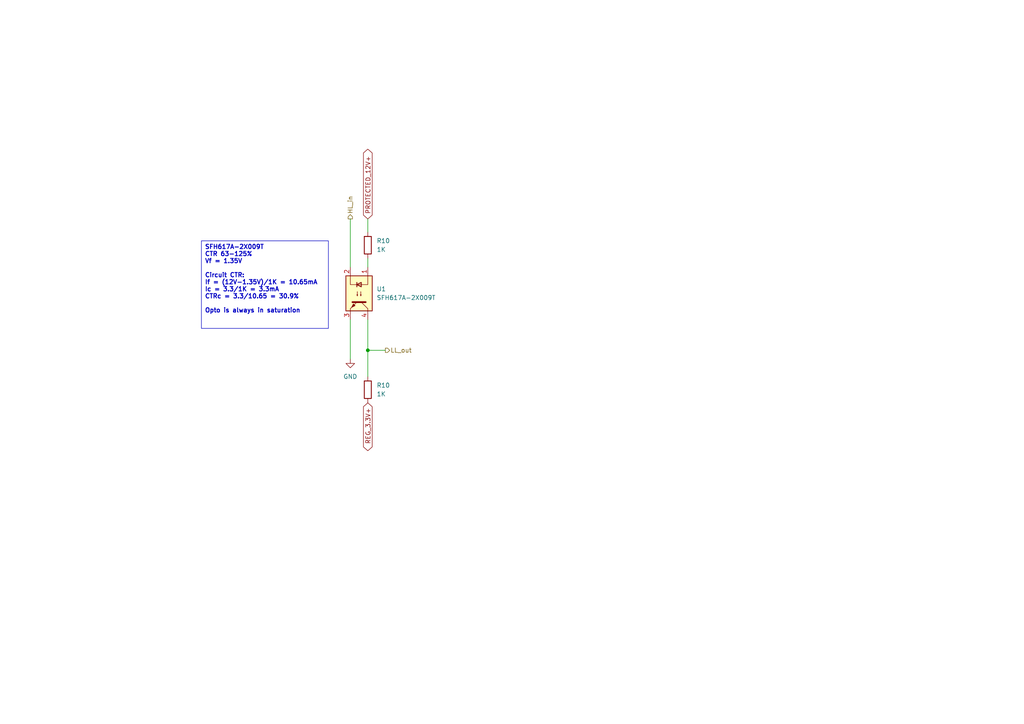
<source format=kicad_sch>
(kicad_sch (version 20230121) (generator eeschema)
  (paper "A4")
  (title_block (title "Vehicle Emulator Board") (date "2025-03-09") (rev "1.0.0") (comment 1 "https://github.com/martinroger/VXDash") (comment 2 "https://cadlab.io/projects/vxdash"))
  (lib_symbols
    (symbol "Device:R" (pin_numbers hide) (pin_names (offset 0))
      (property "Reference" "R" (at 2.032 0 90))
      (property "Value" "R" (at 0 0 90))
      (symbol "R_0_1"
        (rectangle (start -1.016 -2.54) (end 1.016 2.54) (stroke (width 0.254)))
      )
      (symbol "R_1_1"
        (pin passive line (at 0 3.81 270) (length 1.27) (name "~") (number "1"))
        (pin passive line (at 0 -3.81 90) (length 1.27) (name "~") (number "2"))
      )
    )
    (symbol "Isolator:SFH617A-2X009T"
      (property "Reference" "U" (at -3.81 5.08 0))
      (property "Value" "SFH617A-2X009T" (at 0 -5.08 0))
      (symbol "SFH617A-2X009T_1_1"
        (rectangle (start -5.08 3.81) (end 5.08 -3.81) (stroke (width 0.254)) (fill (type background)))
        (polyline (pts (xy -3.175 -0.635) (xy -1.905 -0.635)) (stroke (width 0.254)))
        (polyline (pts (xy 2.54 0.635) (xy 4.445 2.54)))
        (polyline (pts (xy 4.445 -2.54) (xy 2.54 -0.635)) (fill (type outline)))
        (polyline (pts (xy 4.445 -2.54) (xy 5.08 -2.54)))
        (polyline (pts (xy 4.445 2.54) (xy 5.08 2.54)))
        (polyline (pts (xy -5.08 2.54) (xy -2.54 2.54) (xy -2.54 -0.762)))
        (polyline (pts (xy -2.54 -0.635) (xy -2.54 -2.54) (xy -5.08 -2.54)))
        (polyline (pts (xy 2.54 1.905) (xy 2.54 -1.905) (xy 2.54 -1.905)) (stroke (width 0.508)))
        (polyline (pts (xy -2.54 -0.635) (xy -3.175 0.635) (xy -1.905 0.635) (xy -2.54 -0.635)) (stroke (width 0.254)))
        (polyline (pts (xy -0.508 -0.508) (xy 0.762 -0.508) (xy 0.381 -0.635) (xy 0.381 -0.381) (xy 0.762 -0.508)))
        (polyline (pts (xy -0.508 0.508) (xy 0.762 0.508) (xy 0.381 0.381) (xy 0.381 0.635) (xy 0.762 0.508)))
        (polyline (pts (xy 3.048 -1.651) (xy 3.556 -1.143) (xy 4.064 -2.159) (xy 3.048 -1.651) (xy 3.048 -1.651)) (fill (type outline)))
        (pin passive line (at -7.62 2.54 0) (length 2.54) (name "~") (number "1"))
        (pin passive line (at -7.62 -2.54 0) (length 2.54) (name "~") (number "2"))
        (pin passive line (at 7.62 -2.54 180) (length 2.54) (name "~") (number "3"))
        (pin passive line (at 7.62 2.54 180) (length 2.54) (name "~") (number "4"))
      )
    )
    (symbol "power:GND" (power) (pin_names (offset 0))
      (property "Value" "GND" (at 0 -3.81 0))
      (symbol "GND_0_1"
        (polyline (pts (xy 0 0) (xy 0 -1.27) (xy 1.27 -1.27) (xy 0 -2.54) (xy -1.27 -1.27) (xy 0 -1.27)))
      )
      (symbol "GND_1_1"
        (pin power_in line (at 0 0 270) (length 0) hide (name "GND") (number "1"))
      )
    )
  )
  (junction (at 106.68 101.6))
  (wire (pts (xy 106.68 74.93) (xy 106.68 77.47)))
  (wire (pts (xy 106.68 101.6) (xy 106.68 109.22)))
  (wire (pts (xy 106.68 92.71) (xy 106.68 101.6)))
  (wire (pts (xy 106.68 63.5) (xy 106.68 67.31)))
  (wire (pts (xy 106.68 101.6) (xy 111.76 101.6)))
  (wire (pts (xy 101.6 63.5) (xy 101.6 77.47)))
  (wire (pts (xy 101.6 92.71) (xy 101.6 104.14)))
  (text_box "SFH617A-2X009T\nCTR 63-125%\nVf = 1.35V\n\nCircuit CTR:\nIf = (12V-1.35V)/1K = 10.65mA\nIc = 3.3/1K = 3.3mA\nCTRc = 3.3/10.65 = 30.9%\n\nOpto is always in saturation\n" (at 58.42 69.85 0) (size 36.83 25.4) (effects (font (size 1.27 1.27) bold) (justify left top)))
  (global_label "REG_3.3V+" (shape bidirectional) (at 106.68 116.84 270) (property "Intersheetrefs" "${INTERSHEET_REFS}" (effects hide)))
  (global_label "PROTECTED_12V+" (shape bidirectional) (at 106.68 63.5 90) (property "Intersheetrefs" "${INTERSHEET_REFS}" (effects hide)))
  (hierarchical_label "HL_in" (shape output) (at 101.6 63.5 90))
  (hierarchical_label "LL_out" (shape output) (at 111.76 101.6 0))
  (symbol (lib_id "Device:R") (at 106.68 113.03 0) (unit 1)
    (property "Reference" "R10" (at 109.22 111.7599 0) (effects (justify left)))
    (property "Value" "1K" (at 109.22 114.2999 0) (effects (justify left)))
    (property "Footprint" "Resistor_SMD:R_0805_2012Metric" (effects hide))
    (property "Datasheet" "https://www.seielect.com/Catalog/SEI-RMCF_RMCP.pdf" (effects hide))
    (property "Manufacturer_Name" "Stackpole Electronics Inc" (effects hide))
    (property "Manufacturer_Part_Number" "RMCF0805FT1K00" (effects hide))
    (property "Description" "RES 1K OHM 1% 1/8W 0805" (effects hide))
    (instances (project "DashSpy" (path "" (reference "R10") (unit 1)) (path "" (reference "R25") (unit 1)) (path "" (reference "R28") (unit 1)) (path "" (reference "R31") (unit 1)) (path "" (reference "R34") (unit 1)) (path "" (reference "R37") (unit 1)) (path "" (reference "R40") (unit 1)) (path "" (reference "R43") (unit 1)) (path "" (reference "R46") (unit 1)) (path "" (reference "R49") (unit 1)) (path "" (reference "R52") (unit 1))) (project "Vehicle Emulator Board" (path "" (reference "R7") (unit 1)) (path "" (reference "R9") (unit 1)) (path "" (reference "R11") (unit 1)) (path "" (reference "R13") (unit 1)) (path "" (reference "R15") (unit 1)) (path "" (reference "R17") (unit 1)) (path "" (reference "R19") (unit 1)) (path "" (reference "R21") (unit 1)) (path "" (reference "R23") (unit 1)) (path "" (reference "R25") (unit 1))))
  )
  (symbol (lib_id "Device:R") (at 106.68 71.12 0) (unit 1)
    (property "Reference" "R10" (at 109.22 69.8499 0) (effects (justify left)))
    (property "Value" "1K" (at 109.22 72.3899 0) (effects (justify left)))
    (property "Footprint" "Resistor_SMD:R_0805_2012Metric" (effects hide))
    (property "Datasheet" "https://www.seielect.com/Catalog/SEI-RMCF_RMCP.pdf" (effects hide))
    (property "Manufacturer_Name" "Stackpole Electronics Inc" (effects hide))
    (property "Manufacturer_Part_Number" "RMCF0805FT1K00" (effects hide))
    (property "Description" "RES 1K OHM 1% 1/8W 0805" (effects hide))
    (instances (project "DashSpy" (path "" (reference "R10") (unit 1)) (path "" (reference "R25") (unit 1)) (path "" (reference "R28") (unit 1)) (path "" (reference "R31") (unit 1)) (path "" (reference "R34") (unit 1)) (path "" (reference "R37") (unit 1)) (path "" (reference "R40") (unit 1)) (path "" (reference "R43") (unit 1)) (path "" (reference "R46") (unit 1)) (path "" (reference "R49") (unit 1)) (path "" (reference "R52") (unit 1))) (project "Vehicle Emulator Board" (path "" (reference "R6") (unit 1)) (path "" (reference "R8") (unit 1)) (path "" (reference "R10") (unit 1)) (path "" (reference "R12") (unit 1)) (path "" (reference "R14") (unit 1)) (path "" (reference "R16") (unit 1)) (path "" (reference "R18") (unit 1)) (path "" (reference "R20") (unit 1)) (path "" (reference "R22") (unit 1)) (path "" (reference "R24") (unit 1))))
  )
  (symbol (lib_id "power:GND") (at 101.6 104.14 0) (unit 1)
    (property "Reference" "#PWR015" (effects hide))
    (property "Value" "GND" (at 101.6 109.22 0))
    (instances (project "Vehicle Emulator Board" (path "" (reference "#PWR015") (unit 1)) (path "" (reference "#PWR016") (unit 1)) (path "" (reference "#PWR017") (unit 1)) (path "" (reference "#PWR018") (unit 1)) (path "" (reference "#PWR019") (unit 1)) (path "" (reference "#PWR020") (unit 1)) (path "" (reference "#PWR021") (unit 1)) (path "" (reference "#PWR022") (unit 1)) (path "" (reference "#PWR023") (unit 1)) (path "" (reference "#PWR024") (unit 1))))
  )
  (symbol (lib_id "Isolator:SFH617A-2X009T") (at 104.14 85.09 270) (unit 1)
    (property "Reference" "U1" (at 109.22 83.8199 90) (effects (justify left)))
    (property "Value" "SFH617A-2X009T" (at 109.22 86.3599 90) (effects (justify left)))
    (property "Footprint" "Package_DIP:SMDIP-4_W7.62mm" (effects hide))
    (property "Datasheet" "https://www.vishay.com/docs/83740/sfh617a.pdf" (effects hide))
    (property "Description" "OPTOISOLATOR 5.3KV TRANS 4SMD" (effects hide))
    (property "Manufacturer_Name" "Vishay" (effects hide))
    (property "Manufacturer_Part_Number" "SFH617A-2X009T" (effects hide))
    (instances (project "VXDuino" (path "" (reference "U1") (unit 1))) (project "Vehicle Emulator Board" (path "" (reference "U1") (unit 1)) (path "" (reference "U1") (unit 1)) (path "" (reference "U2") (unit 1)) (path "" (reference "U3") (unit 1)) (path "" (reference "U4") (unit 1)) (path "" (reference "U5") (unit 1)) (path "" (reference "U6") (unit 1)) (path "" (reference "U7") (unit 1)) (path "" (reference "U8") (unit 1)) (path "" (reference "U9") (unit 1)) (path "" (reference "U10") (unit 1))))
  )
)
</source>
